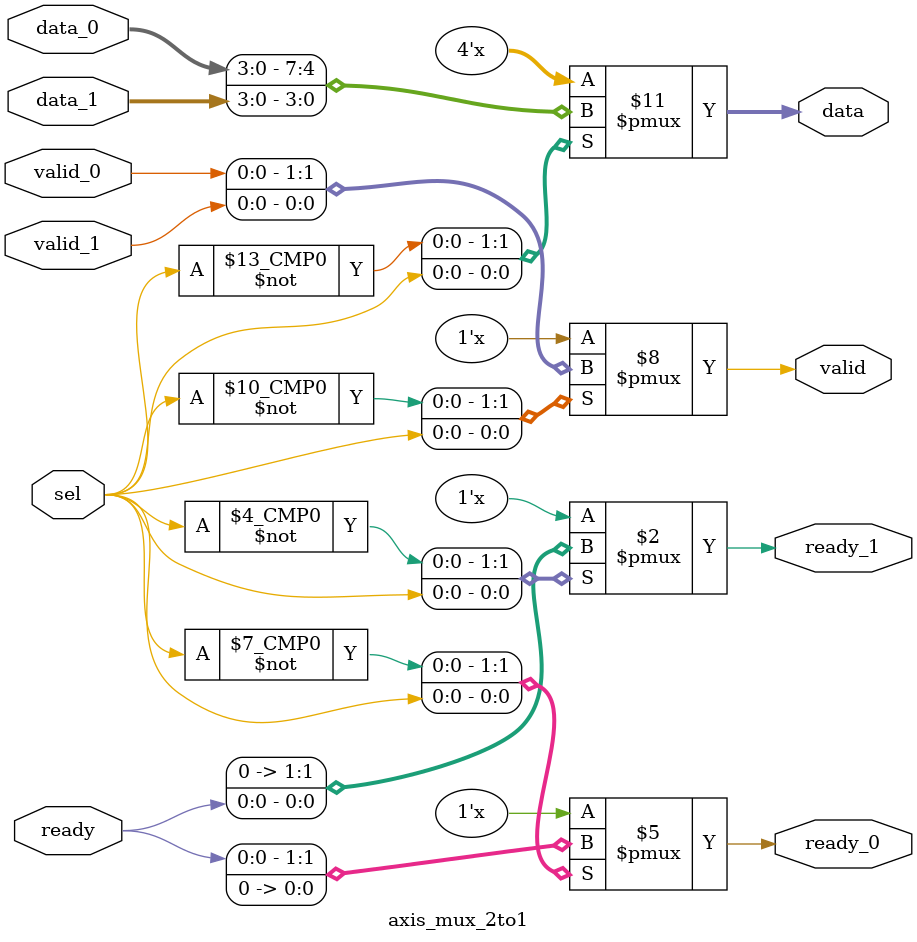
<source format=sv>
module axis_mux_2to1
#(	  
	parameter	WIDTH 		= 4
)
(  
	input						sel,
	input		[WIDTH-1:0]		data_0,
	input						valid_0,
	output	reg					ready_0,
	input		[WIDTH-1:0]		data_1,
	input						valid_1,
	output	reg					ready_1,
	output	reg	[WIDTH-1:0]		data,
	output	reg					valid,
	input						ready
   );

always@*
begin
	case(sel)
	1'b0:
	begin
		data		= data_0;
		valid       = valid_0;
		ready_0     = ready;
		ready_1     = 0;
	end
	1'b1:
	begin
		data		= data_1;
		valid       = valid_1;
		ready_0     = 0;
		ready_1     = ready;
	end
	endcase
end
endmodule
</source>
